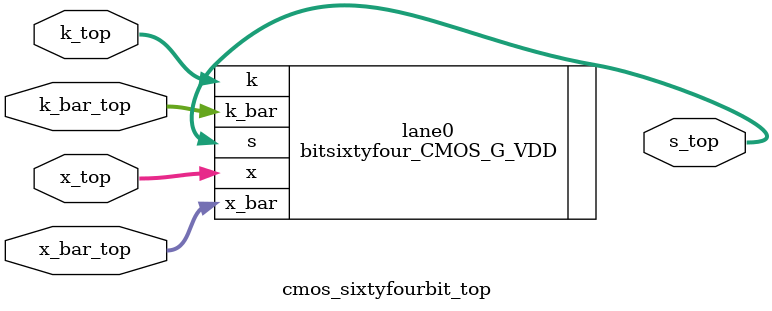
<source format=v>
module cmos_sixtyfourbit_top(
`ifdef USE_POWER_PINS	
	inout vdda2,
	inout vssa2,
`endif
	input [BIT_SIZE-1:0] x_top,
	input [BIT_SIZE-1:0] x_bar_top,
	input [BIT_SIZE-1:0] k_top,
	input [BIT_SIZE-1:0] k_bar_top,
	output [BIT_SIZE-1:0] s_top
);

parameter BIT_SIZE = 64;

bitsixtyfour_CMOS_G_VDD lane0 (
`ifdef USE_POWER_PINS	
	.vdda2(vdda2), 
	.vssa2(vssa2),
`endif
	.s(s_top[63:0]),
	.x(x_top[63:0]),
	.x_bar(x_bar_top[63:0]),
	.k(k_top[63:0]),
	.k_bar(k_bar_top[63:0])
);	
endmodule

</source>
